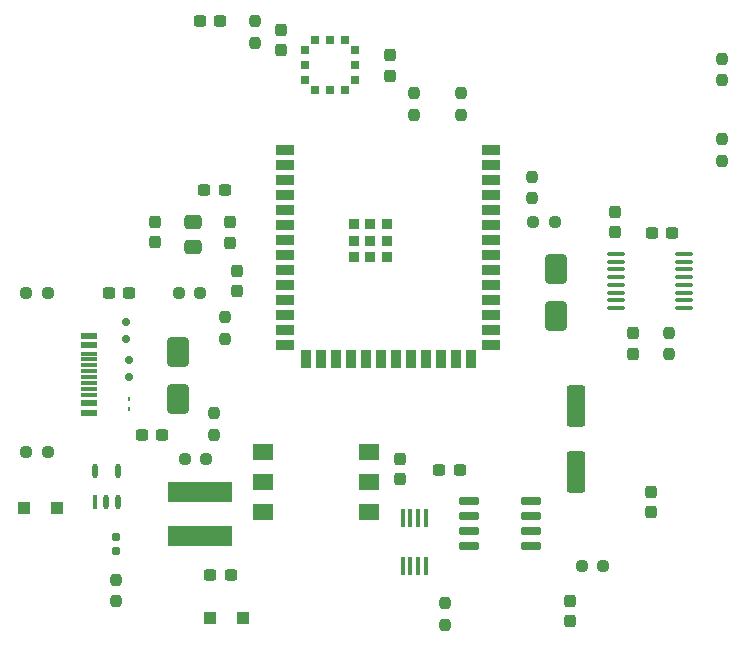
<source format=gbr>
%TF.GenerationSoftware,KiCad,Pcbnew,7.0.8*%
%TF.CreationDate,2024-01-31T02:26:52-05:00*%
%TF.ProjectId,AT01_no_ftdi,41543031-5f6e-46f5-9f66-7464692e6b69,rev?*%
%TF.SameCoordinates,PX6ea0500PY7735940*%
%TF.FileFunction,Paste,Top*%
%TF.FilePolarity,Positive*%
%FSLAX46Y46*%
G04 Gerber Fmt 4.6, Leading zero omitted, Abs format (unit mm)*
G04 Created by KiCad (PCBNEW 7.0.8) date 2024-01-31 02:26:52*
%MOMM*%
%LPD*%
G01*
G04 APERTURE LIST*
G04 Aperture macros list*
%AMRoundRect*
0 Rectangle with rounded corners*
0 $1 Rounding radius*
0 $2 $3 $4 $5 $6 $7 $8 $9 X,Y pos of 4 corners*
0 Add a 4 corners polygon primitive as box body*
4,1,4,$2,$3,$4,$5,$6,$7,$8,$9,$2,$3,0*
0 Add four circle primitives for the rounded corners*
1,1,$1+$1,$2,$3*
1,1,$1+$1,$4,$5*
1,1,$1+$1,$6,$7*
1,1,$1+$1,$8,$9*
0 Add four rect primitives between the rounded corners*
20,1,$1+$1,$2,$3,$4,$5,0*
20,1,$1+$1,$4,$5,$6,$7,0*
20,1,$1+$1,$6,$7,$8,$9,0*
20,1,$1+$1,$8,$9,$2,$3,0*%
G04 Aperture macros list end*
%ADD10R,0.457200X1.524000*%
%ADD11O,0.457200X1.219200*%
%ADD12R,0.457200X1.219200*%
%ADD13R,0.711200X0.660400*%
%ADD14R,0.660400X0.711200*%
%ADD15RoundRect,0.250000X-0.475000X0.337500X-0.475000X-0.337500X0.475000X-0.337500X0.475000X0.337500X0*%
%ADD16RoundRect,0.150000X-0.200000X0.150000X-0.200000X-0.150000X0.200000X-0.150000X0.200000X0.150000X0*%
%ADD17RoundRect,0.237500X-0.250000X-0.237500X0.250000X-0.237500X0.250000X0.237500X-0.250000X0.237500X0*%
%ADD18RoundRect,0.150000X0.200000X-0.150000X0.200000X0.150000X-0.200000X0.150000X-0.200000X-0.150000X0*%
%ADD19RoundRect,0.062500X-0.062500X0.117500X-0.062500X-0.117500X0.062500X-0.117500X0.062500X0.117500X0*%
%ADD20RoundRect,0.237500X-0.237500X0.250000X-0.237500X-0.250000X0.237500X-0.250000X0.237500X0.250000X0*%
%ADD21RoundRect,0.237500X0.237500X-0.300000X0.237500X0.300000X-0.237500X0.300000X-0.237500X-0.300000X0*%
%ADD22RoundRect,0.237500X-0.237500X0.300000X-0.237500X-0.300000X0.237500X-0.300000X0.237500X0.300000X0*%
%ADD23R,1.450000X0.600000*%
%ADD24R,1.450000X0.300000*%
%ADD25R,1.701800X1.397000*%
%ADD26RoundRect,0.237500X0.237500X-0.250000X0.237500X0.250000X-0.237500X0.250000X-0.237500X-0.250000X0*%
%ADD27R,5.511800X1.752600*%
%ADD28RoundRect,0.160000X-0.160000X0.197500X-0.160000X-0.197500X0.160000X-0.197500X0.160000X0.197500X0*%
%ADD29RoundRect,0.250000X0.300000X0.300000X-0.300000X0.300000X-0.300000X-0.300000X0.300000X-0.300000X0*%
%ADD30RoundRect,0.237500X0.250000X0.237500X-0.250000X0.237500X-0.250000X-0.237500X0.250000X-0.237500X0*%
%ADD31R,0.900000X0.900000*%
%ADD32R,1.500000X0.900000*%
%ADD33R,0.900000X1.500000*%
%ADD34RoundRect,0.237500X-0.300000X-0.237500X0.300000X-0.237500X0.300000X0.237500X-0.300000X0.237500X0*%
%ADD35RoundRect,0.237500X0.300000X0.237500X-0.300000X0.237500X-0.300000X-0.237500X0.300000X-0.237500X0*%
%ADD36RoundRect,0.250000X-0.650000X1.000000X-0.650000X-1.000000X0.650000X-1.000000X0.650000X1.000000X0*%
%ADD37RoundRect,0.100000X0.637500X0.100000X-0.637500X0.100000X-0.637500X-0.100000X0.637500X-0.100000X0*%
%ADD38RoundRect,0.250000X-0.550000X1.500000X-0.550000X-1.500000X0.550000X-1.500000X0.550000X1.500000X0*%
%ADD39RoundRect,0.042000X-0.788000X-0.258000X0.788000X-0.258000X0.788000X0.258000X-0.788000X0.258000X0*%
%ADD40RoundRect,0.250000X-0.300000X-0.300000X0.300000X-0.300000X0.300000X0.300000X-0.300000X0.300000X0*%
G04 APERTURE END LIST*
D10*
%TO.C,U3*%
X35025001Y6861400D03*
X35674999Y6861400D03*
X36325001Y6861400D03*
X36974999Y6861400D03*
X36974999Y10948600D03*
X36325001Y10948600D03*
X35674999Y10948600D03*
X35025001Y10948600D03*
%TD*%
D11*
%TO.C,U2*%
X9000000Y14900000D03*
X10900002Y14900000D03*
X10900002Y12280000D03*
X9950001Y12280000D03*
D12*
X9000000Y12280000D03*
%TD*%
D13*
%TO.C,U1*%
X26800110Y50540000D03*
X26800110Y49270000D03*
X26800110Y48000000D03*
D14*
X27630055Y47170002D03*
X28900055Y47170002D03*
X30170055Y47170002D03*
D13*
X31000000Y48000000D03*
X31000000Y49270000D03*
X31000000Y50540000D03*
D14*
X30170055Y51369998D03*
X28900055Y51369998D03*
X27630055Y51369998D03*
%TD*%
D15*
%TO.C,C7*%
X17300000Y35975000D03*
X17300000Y33900000D03*
%TD*%
D16*
%TO.C,D2*%
X11900000Y22900000D03*
X11900000Y24300000D03*
%TD*%
D17*
%TO.C,R2*%
X16587500Y15900000D03*
X18412500Y15900000D03*
%TD*%
D18*
%TO.C,D12*%
X11600000Y27500000D03*
X11600000Y26100000D03*
%TD*%
D19*
%TO.C,D3*%
X11900000Y20180000D03*
X11900000Y21020000D03*
%TD*%
D20*
%TO.C,R8*%
X36000000Y46912500D03*
X36000000Y45087500D03*
%TD*%
D21*
%TO.C,C15*%
X34800000Y14237500D03*
X34800000Y15962500D03*
%TD*%
%TO.C,C4*%
X34000000Y48375000D03*
X34000000Y50100000D03*
%TD*%
D22*
%TO.C,C10*%
X53000000Y36862500D03*
X53000000Y35137500D03*
%TD*%
D23*
%TO.C,J2*%
X8445000Y26360000D03*
X8445000Y25560000D03*
D24*
X8445000Y24360000D03*
X8445000Y23360000D03*
X8445000Y22860000D03*
X8445000Y21860000D03*
D23*
X8445000Y20660000D03*
X8445000Y19860000D03*
X8445000Y19860000D03*
X8445000Y20660000D03*
D24*
X8445000Y21360000D03*
X8445000Y22360000D03*
X8445000Y23860000D03*
X8445000Y24860000D03*
D23*
X8445000Y25560000D03*
X8445000Y26360000D03*
%TD*%
D25*
%TO.C,K1*%
X23200000Y11460000D03*
X23200000Y14000000D03*
X23200000Y16540000D03*
X32217000Y16540000D03*
X32217000Y14000000D03*
X32217000Y11460000D03*
%TD*%
D26*
%TO.C,R1*%
X62100000Y47987500D03*
X62100000Y49812500D03*
%TD*%
D27*
%TO.C,L1*%
X17900000Y13175000D03*
X17900000Y9425000D03*
%TD*%
D17*
%TO.C,R5*%
X16087500Y30000000D03*
X17912500Y30000000D03*
%TD*%
D28*
%TO.C,R15*%
X10800000Y9297500D03*
X10800000Y8102500D03*
%TD*%
D20*
%TO.C,R4*%
X20000000Y27912500D03*
X20000000Y26087500D03*
%TD*%
D22*
%TO.C,C17*%
X20400000Y35962500D03*
X20400000Y34237500D03*
%TD*%
D29*
%TO.C,D9*%
X21500000Y2500000D03*
X18700000Y2500000D03*
%TD*%
D30*
%TO.C,R14*%
X5012500Y16500000D03*
X3187500Y16500000D03*
%TD*%
D31*
%TO.C,U6*%
X30895606Y33000000D03*
X30900000Y35800000D03*
X30900000Y34400000D03*
X32295606Y33000000D03*
X32300000Y35800000D03*
X32300000Y34400000D03*
X33695606Y33000000D03*
X33700000Y35800000D03*
X33700000Y34400000D03*
D32*
X25050000Y42120000D03*
X25050000Y40850000D03*
X25050000Y39580000D03*
X25050000Y38310000D03*
X25050000Y37040000D03*
X25050000Y35770000D03*
X25050000Y34500000D03*
X25050000Y33230000D03*
X25050000Y31960000D03*
X25050000Y30690000D03*
X25050000Y29420000D03*
X25050000Y28150000D03*
X25050000Y26880000D03*
X25050000Y25610000D03*
D33*
X26815000Y24360000D03*
X28085000Y24360000D03*
X29355000Y24360000D03*
X30625000Y24360000D03*
X31895000Y24360000D03*
X33165000Y24360000D03*
X34435000Y24360000D03*
X35705000Y24360000D03*
X36975000Y24360000D03*
X38245000Y24360000D03*
X39515000Y24360000D03*
X40785000Y24360000D03*
D32*
X42550000Y25610000D03*
X42550000Y26880000D03*
X42550000Y28150000D03*
X42550000Y29420000D03*
X42550000Y30690000D03*
X42550000Y31960000D03*
X42550000Y33230000D03*
X42550000Y34500000D03*
X42550000Y35770000D03*
X42550000Y37040000D03*
X42550000Y38310000D03*
X42550000Y39580000D03*
X42550000Y40850000D03*
X42550000Y42120000D03*
%TD*%
D26*
%TO.C,R11*%
X46000000Y38000000D03*
X46000000Y39825000D03*
%TD*%
D30*
%TO.C,R13*%
X5012500Y30000000D03*
X3187500Y30000000D03*
%TD*%
D34*
%TO.C,C13*%
X18737500Y6100000D03*
X20462500Y6100000D03*
%TD*%
D35*
%TO.C,C18*%
X19962500Y38700000D03*
X18237500Y38700000D03*
%TD*%
%TO.C,C5*%
X11862500Y30000000D03*
X10137500Y30000000D03*
%TD*%
D36*
%TO.C,D1*%
X16000000Y25000000D03*
X16000000Y21000000D03*
%TD*%
D20*
%TO.C,R18*%
X38600000Y3712500D03*
X38600000Y1887500D03*
%TD*%
D30*
%TO.C,R10*%
X47912500Y36000000D03*
X46087500Y36000000D03*
%TD*%
D34*
%TO.C,C8*%
X12937500Y18000000D03*
X14662500Y18000000D03*
%TD*%
D20*
%TO.C,R6*%
X62100000Y43012500D03*
X62100000Y41187500D03*
%TD*%
D37*
%TO.C,U5*%
X58862500Y28725000D03*
X58862500Y29375000D03*
X58862500Y30025000D03*
X58862500Y30675000D03*
X58862500Y31325000D03*
X58862500Y31975000D03*
X58862500Y32625000D03*
X58862500Y33275000D03*
X53137500Y33275000D03*
X53137500Y32625000D03*
X53137500Y31975000D03*
X53137500Y31325000D03*
X53137500Y30675000D03*
X53137500Y30025000D03*
X53137500Y29375000D03*
X53137500Y28725000D03*
%TD*%
D21*
%TO.C,C1*%
X24700000Y50537500D03*
X24700000Y52262500D03*
%TD*%
D26*
%TO.C,R16*%
X57600000Y24787500D03*
X57600000Y26612500D03*
%TD*%
D20*
%TO.C,R7*%
X40000000Y46912500D03*
X40000000Y45087500D03*
%TD*%
D21*
%TO.C,C11*%
X54500000Y24837500D03*
X54500000Y26562500D03*
%TD*%
D22*
%TO.C,C2*%
X56100000Y13162500D03*
X56100000Y11437500D03*
%TD*%
D35*
%TO.C,C9*%
X57862500Y35100000D03*
X56137500Y35100000D03*
%TD*%
D38*
%TO.C,C12*%
X49700000Y20400000D03*
X49700000Y14800000D03*
%TD*%
D36*
%TO.C,D8*%
X48000000Y32000000D03*
X48000000Y28000000D03*
%TD*%
D26*
%TO.C,R3*%
X22500000Y51187500D03*
X22500000Y53012500D03*
%TD*%
%TO.C,R9*%
X19100000Y17987500D03*
X19100000Y19812500D03*
%TD*%
D22*
%TO.C,C20*%
X14100000Y36000000D03*
X14100000Y34275000D03*
%TD*%
%TO.C,C19*%
X21000000Y31862500D03*
X21000000Y30137500D03*
%TD*%
D39*
%TO.C,Q2*%
X40675000Y12405000D03*
X40675000Y11135000D03*
X40675000Y9865000D03*
X40675000Y8595000D03*
X45925000Y8595000D03*
X45925000Y9865000D03*
X45925000Y11135000D03*
X45925000Y12405000D03*
%TD*%
D35*
%TO.C,C3*%
X19562500Y53000000D03*
X17837500Y53000000D03*
%TD*%
D20*
%TO.C,R12*%
X10800000Y5712500D03*
X10800000Y3887500D03*
%TD*%
D21*
%TO.C,C14*%
X49200000Y2175000D03*
X49200000Y3900000D03*
%TD*%
D30*
%TO.C,R17*%
X52012500Y6900000D03*
X50187500Y6900000D03*
%TD*%
D34*
%TO.C,C16*%
X38137500Y15000000D03*
X39862500Y15000000D03*
%TD*%
D40*
%TO.C,D7*%
X3000000Y11800000D03*
X5800000Y11800000D03*
%TD*%
M02*

</source>
